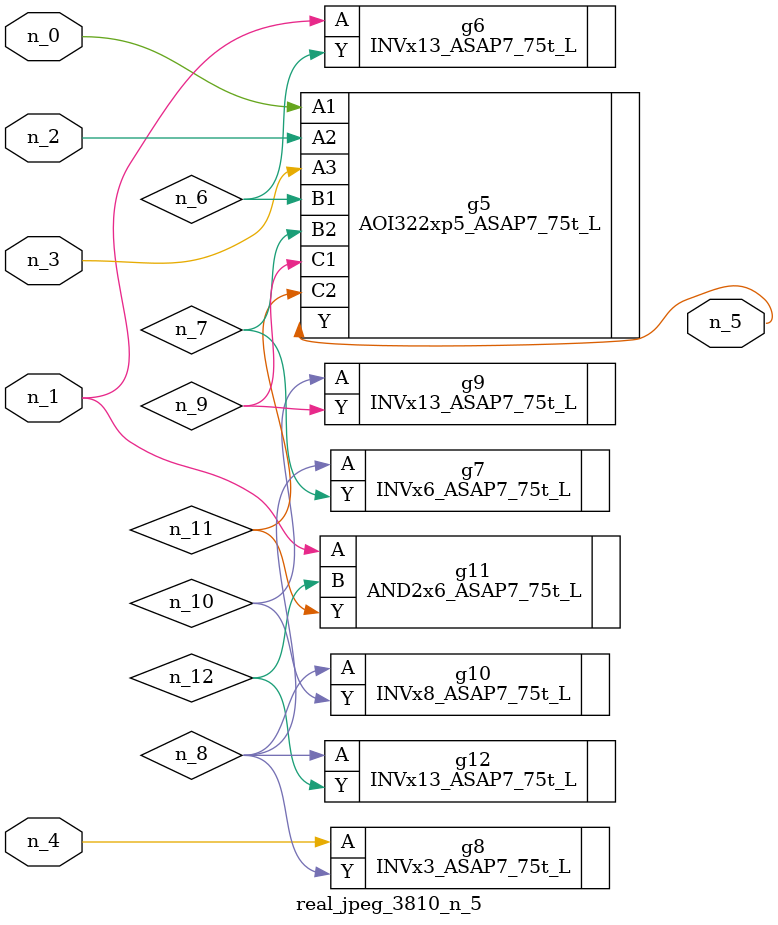
<source format=v>
module real_jpeg_3810_n_5 (n_4, n_0, n_1, n_2, n_3, n_5);

input n_4;
input n_0;
input n_1;
input n_2;
input n_3;

output n_5;

wire n_12;
wire n_8;
wire n_11;
wire n_6;
wire n_7;
wire n_10;
wire n_9;

AOI322xp5_ASAP7_75t_L g5 ( 
.A1(n_0),
.A2(n_2),
.A3(n_3),
.B1(n_6),
.B2(n_7),
.C1(n_9),
.C2(n_11),
.Y(n_5)
);

INVx13_ASAP7_75t_L g6 ( 
.A(n_1),
.Y(n_6)
);

AND2x6_ASAP7_75t_L g11 ( 
.A(n_1),
.B(n_12),
.Y(n_11)
);

INVx3_ASAP7_75t_L g8 ( 
.A(n_4),
.Y(n_8)
);

INVx6_ASAP7_75t_L g7 ( 
.A(n_8),
.Y(n_7)
);

INVx8_ASAP7_75t_L g10 ( 
.A(n_8),
.Y(n_10)
);

INVx13_ASAP7_75t_L g12 ( 
.A(n_8),
.Y(n_12)
);

INVx13_ASAP7_75t_L g9 ( 
.A(n_10),
.Y(n_9)
);


endmodule
</source>
